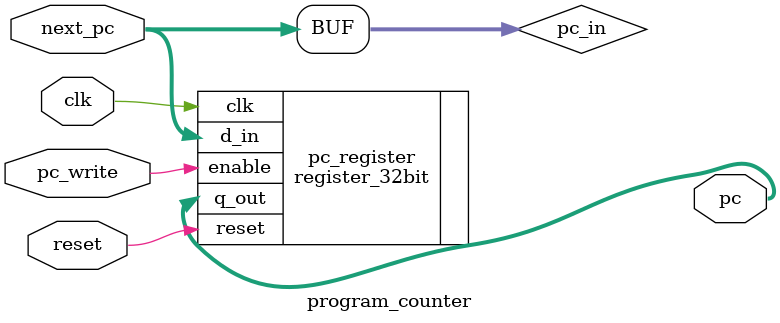
<source format=sv>
module program_counter (
    input wire clk,              // Clock signal
    input wire reset,            // Reset signal
    input wire pc_write,         // Write enable signal (updates PC when high)
    input wire [31:0] next_pc,   // Next PC value (e.g., for branches/jumps)
    output wire [31:0] pc        // Current PC value
);

    wire [31:0] pc_in;           // Value to be written into the register

    // 32-bit register instance for storing the PC value
    register_32bit pc_register (
        .clk(clk),
        .reset(reset),
        .enable(pc_write),       // Update the register when pc_write is high
        .d_in(pc_in),            // Data input to the register (next PC)
        .q_out(pc)               // Current PC value output
    );

    // Select the next value to load into the PC register
    assign pc_in = next_pc;

endmodule


</source>
